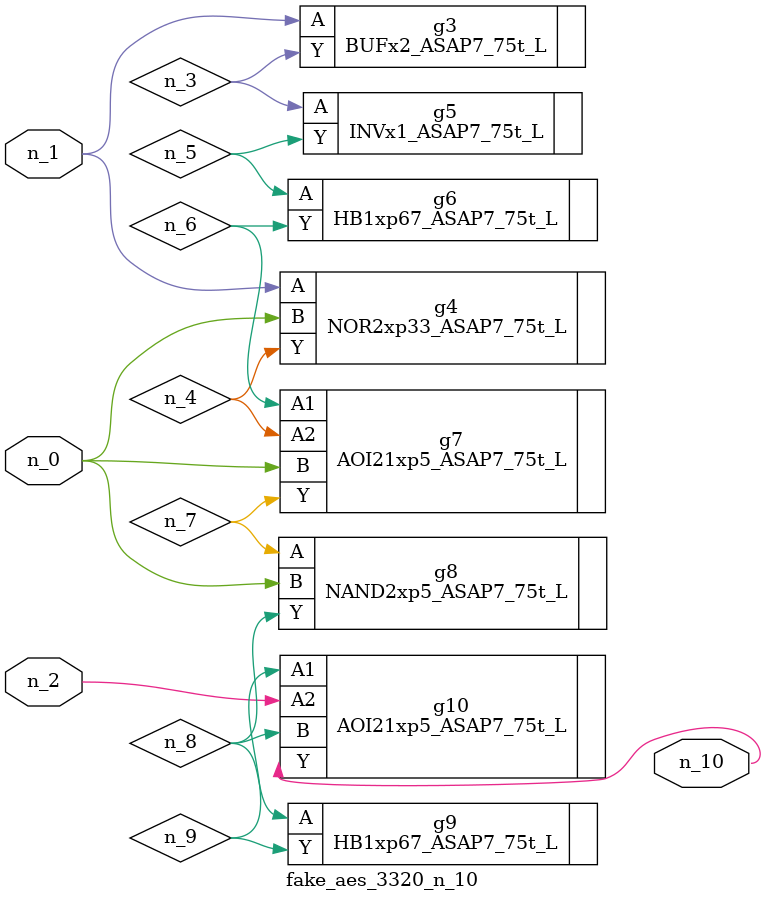
<source format=v>
module fake_aes_3320_n_10 (n_1, n_2, n_0, n_10);
input n_1;
input n_2;
input n_0;
output n_10;
wire n_6;
wire n_4;
wire n_3;
wire n_9;
wire n_5;
wire n_7;
wire n_8;
BUFx2_ASAP7_75t_L g3 ( .A(n_1), .Y(n_3) );
NOR2xp33_ASAP7_75t_L g4 ( .A(n_1), .B(n_0), .Y(n_4) );
INVx1_ASAP7_75t_L g5 ( .A(n_3), .Y(n_5) );
HB1xp67_ASAP7_75t_L g6 ( .A(n_5), .Y(n_6) );
AOI21xp5_ASAP7_75t_L g7 ( .A1(n_6), .A2(n_4), .B(n_0), .Y(n_7) );
NAND2xp5_ASAP7_75t_L g8 ( .A(n_7), .B(n_0), .Y(n_8) );
HB1xp67_ASAP7_75t_L g9 ( .A(n_8), .Y(n_9) );
AOI21xp5_ASAP7_75t_L g10 ( .A1(n_9), .A2(n_2), .B(n_8), .Y(n_10) );
endmodule
</source>
